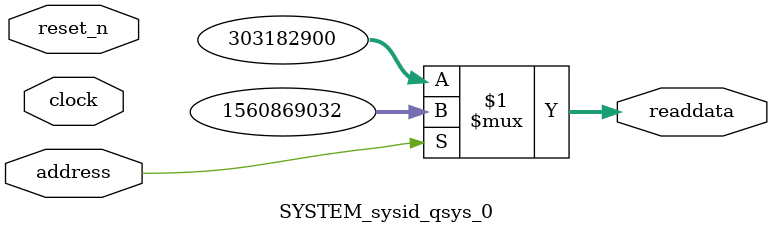
<source format=v>



// synthesis translate_off
`timescale 1ns / 1ps
// synthesis translate_on

// turn off superfluous verilog processor warnings 
// altera message_level Level1 
// altera message_off 10034 10035 10036 10037 10230 10240 10030 

module SYSTEM_sysid_qsys_0 (
               // inputs:
                address,
                clock,
                reset_n,

               // outputs:
                readdata
             )
;

  output  [ 31: 0] readdata;
  input            address;
  input            clock;
  input            reset_n;

  wire    [ 31: 0] readdata;
  //control_slave, which is an e_avalon_slave
  assign readdata = address ? 1560869032 : 303182900;

endmodule



</source>
